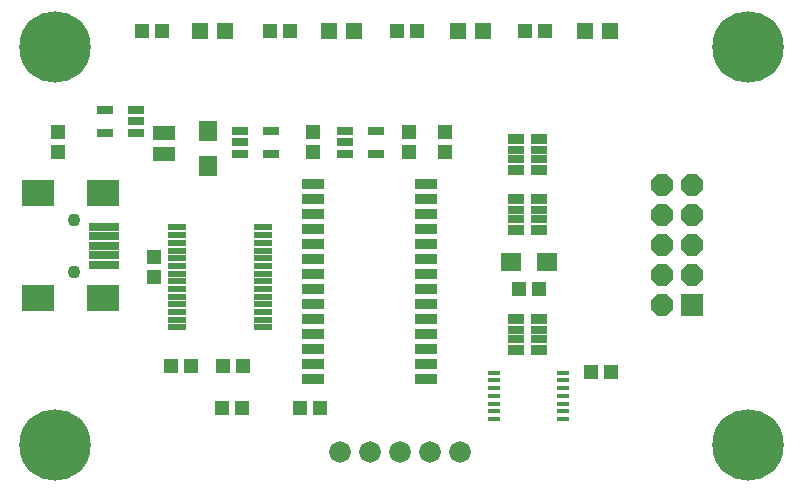
<source format=gts>
G75*
G70*
%OFA0B0*%
%FSLAX24Y24*%
%IPPOS*%
%LPD*%
%AMOC8*
5,1,8,0,0,1.08239X$1,22.5*
%
%ADD10R,0.0474X0.0513*%
%ADD11R,0.0552X0.0552*%
%ADD12R,0.0513X0.0474*%
%ADD13R,0.0710X0.0631*%
%ADD14R,0.0630X0.0217*%
%ADD15R,0.0552X0.0297*%
%ADD16R,0.0781X0.0482*%
%ADD17R,0.0631X0.0710*%
%ADD18R,0.0394X0.0177*%
%ADD19C,0.0720*%
%ADD20R,0.0749X0.0336*%
%ADD21C,0.2380*%
%ADD22R,0.1064X0.0867*%
%ADD23R,0.0986X0.0277*%
%ADD24C,0.0434*%
%ADD25R,0.0533X0.0253*%
%ADD26R,0.0533X0.0328*%
%ADD27R,0.0720X0.0720*%
%ADD28OC8,0.0720*%
D10*
X008347Y008068D03*
X009017Y008068D03*
X006082Y012433D03*
X006082Y013102D03*
X002882Y016583D03*
X002882Y017252D03*
X005697Y020644D03*
X006367Y020644D03*
X009947Y020644D03*
X010617Y020644D03*
X014197Y020644D03*
X014867Y020644D03*
X018447Y020644D03*
X019117Y020644D03*
X015782Y017252D03*
X015782Y016583D03*
X014582Y016583D03*
X014582Y017252D03*
X011382Y017252D03*
X011382Y016583D03*
X018247Y012018D03*
X018917Y012018D03*
D11*
X020469Y020644D03*
X021295Y020644D03*
X017045Y020644D03*
X016219Y020644D03*
X012745Y020644D03*
X011919Y020644D03*
X008445Y020644D03*
X007619Y020644D03*
D12*
X007317Y009468D03*
X006647Y009468D03*
X008397Y009468D03*
X009067Y009468D03*
X010947Y008068D03*
X011617Y008068D03*
X020647Y009268D03*
X021317Y009268D03*
D13*
X019173Y012918D03*
X017991Y012918D03*
D14*
X009721Y012802D03*
X009721Y013057D03*
X009721Y013313D03*
X009721Y013569D03*
X009721Y013825D03*
X009721Y014081D03*
X009721Y012546D03*
X009721Y012290D03*
X009721Y012034D03*
X009721Y011778D03*
X009721Y011522D03*
X009721Y011266D03*
X009721Y011010D03*
X009721Y010754D03*
X006843Y010754D03*
X006843Y011010D03*
X006843Y011266D03*
X006843Y011522D03*
X006843Y011778D03*
X006843Y012034D03*
X006843Y012290D03*
X006843Y012546D03*
X006843Y012802D03*
X006843Y013057D03*
X006843Y013313D03*
X006843Y013569D03*
X006843Y013825D03*
X006843Y014081D03*
D15*
X008970Y016544D03*
X008970Y016918D03*
X008970Y017292D03*
X009994Y017292D03*
X009994Y016544D03*
X012470Y016544D03*
X012470Y016918D03*
X012470Y017292D03*
X013494Y017292D03*
X013494Y016544D03*
X005494Y017244D03*
X005494Y017618D03*
X005494Y017992D03*
X004470Y017992D03*
X004470Y017244D03*
D16*
X006432Y017218D03*
X006432Y016517D03*
D17*
X007882Y016127D03*
X007882Y017308D03*
D18*
X017430Y009235D03*
X017430Y008980D03*
X017430Y008724D03*
X017430Y008468D03*
X017430Y008212D03*
X017430Y007956D03*
X017430Y007700D03*
X019734Y007700D03*
X019734Y007956D03*
X019734Y008212D03*
X019734Y008468D03*
X019734Y008724D03*
X019734Y008980D03*
X019734Y009235D03*
D19*
X016282Y006594D03*
X015282Y006594D03*
X014282Y006594D03*
X013282Y006594D03*
X012282Y006594D03*
D20*
X011400Y009018D03*
X011400Y009518D03*
X011400Y010018D03*
X011400Y010518D03*
X011400Y011018D03*
X011400Y011518D03*
X011400Y012018D03*
X011400Y012518D03*
X011400Y013018D03*
X011400Y013518D03*
X011400Y014018D03*
X011400Y014518D03*
X011400Y015018D03*
X011400Y015518D03*
X015164Y015518D03*
X015164Y015018D03*
X015164Y014518D03*
X015164Y014018D03*
X015164Y013518D03*
X015164Y013018D03*
X015164Y012518D03*
X015164Y012018D03*
X015164Y011518D03*
X015164Y011018D03*
X015164Y010518D03*
X015164Y010018D03*
X015164Y009518D03*
X015164Y009018D03*
D21*
X002782Y006844D03*
X002782Y020092D03*
X025873Y020092D03*
X025873Y006844D03*
D22*
X004391Y011716D03*
X002226Y011716D03*
X002226Y015220D03*
X004391Y015220D03*
D23*
X004431Y014098D03*
X004431Y013783D03*
X004431Y013468D03*
X004431Y013153D03*
X004431Y012838D03*
D24*
X003407Y012602D03*
X003407Y014334D03*
D25*
X018148Y014360D03*
X018148Y014675D03*
X018916Y014675D03*
X018916Y014360D03*
X018916Y016360D03*
X018916Y016675D03*
X018148Y016675D03*
X018148Y016360D03*
X018148Y010675D03*
X018148Y010360D03*
X018916Y010360D03*
X018916Y010675D03*
D26*
X018916Y011028D03*
X018148Y011028D03*
X018148Y010008D03*
X018916Y010008D03*
X018916Y014008D03*
X018148Y014008D03*
X018148Y015028D03*
X018916Y015028D03*
X018916Y016008D03*
X018148Y016008D03*
X018148Y017028D03*
X018916Y017028D03*
D27*
X024032Y011494D03*
D28*
X023032Y011494D03*
X023032Y012494D03*
X024032Y012494D03*
X024032Y013494D03*
X023032Y013494D03*
X023032Y014494D03*
X024032Y014494D03*
X024032Y015494D03*
X023032Y015494D03*
M02*

</source>
